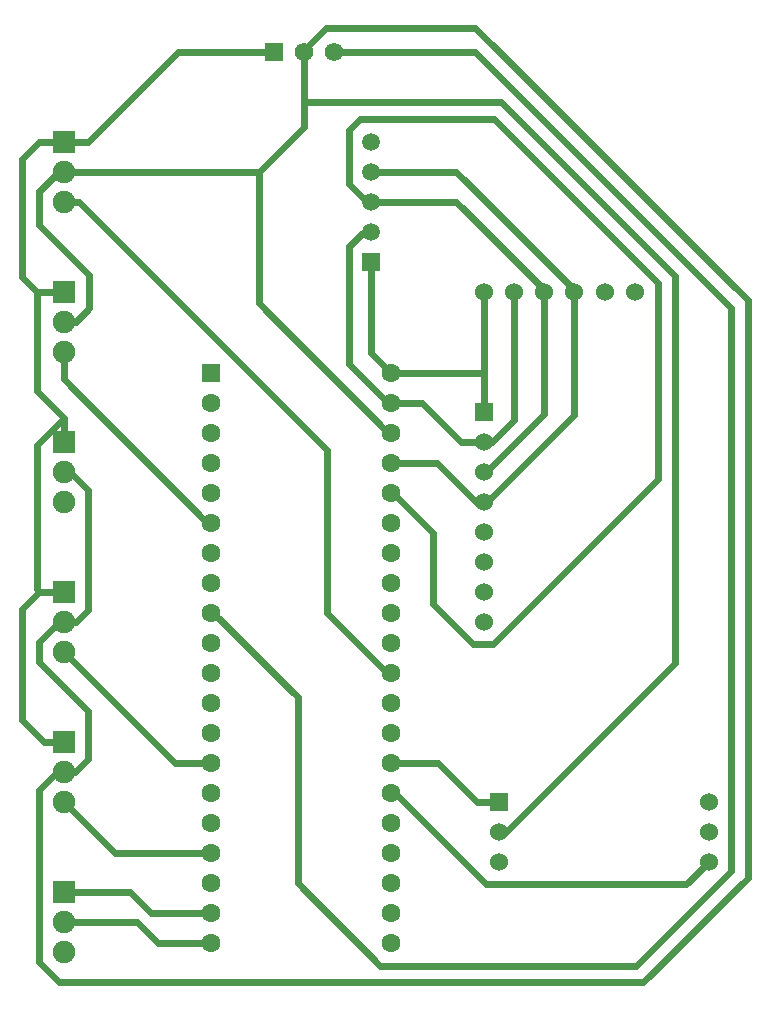
<source format=gbl>
G04 Layer: BottomLayer*
G04 EasyEDA v6.5.23, 2023-04-28 13:39:02*
G04 7703e67730494ffebf129c6139567d94,10*
G04 Gerber Generator version 0.2*
G04 Scale: 100 percent, Rotated: No, Reflected: No *
G04 Dimensions in millimeters *
G04 leading zeros omitted , absolute positions ,4 integer and 5 decimal *
%FSLAX45Y45*%
%MOMM*%

%ADD10C,0.6000*%
%ADD11R,1.9000X1.9000*%
%ADD12C,1.9000*%
%ADD13C,1.6000*%
%ADD14R,1.6000X1.6000*%
%ADD15R,1.5080X1.5080*%
%ADD16C,1.5080*%
%ADD17C,1.5240*%
%ADD18R,1.5240X1.5240*%
%ADD19R,1.5748X1.5748*%
%ADD20C,1.5748*%

%LPD*%
D10*
X4064000Y-3225800D02*
G01*
X3276600Y-3225800D01*
X4064000Y-3556000D02*
G01*
X4064000Y-3225800D01*
X4064000Y-3225800D02*
G01*
X4064000Y-2540000D01*
X3111500Y-2286000D02*
G01*
X3111500Y-3060700D01*
X3276600Y-3225800D01*
X2159711Y-1524000D02*
G01*
X2159711Y-2635707D01*
X3257804Y-3733800D01*
X3276600Y-3733800D01*
X2159711Y-1524000D02*
G01*
X508000Y-1524000D01*
X508000Y-1524000D02*
G01*
X466140Y-1524000D01*
X300888Y-1689252D01*
X300888Y-1977389D01*
X721664Y-2398166D01*
X721664Y-2680893D01*
X608558Y-2794000D01*
X508000Y-2794000D01*
X508000Y-6604000D02*
G01*
X605764Y-6604000D01*
X713206Y-6496557D01*
X713206Y-6088608D01*
X297129Y-5672531D01*
X297129Y-5508675D01*
X471804Y-5334000D01*
X508000Y-5334000D01*
X508000Y-5334000D02*
G01*
X612520Y-5334000D01*
X713206Y-5233314D01*
X713206Y-4217111D01*
X560095Y-4064000D01*
X508000Y-4064000D01*
X2540000Y-934085D02*
G01*
X4214596Y-934085D01*
X5683605Y-2403094D01*
X5683605Y-5679897D01*
X4251502Y-7112000D01*
X4191000Y-7112000D01*
X2540000Y-934085D02*
G01*
X2540000Y-1143711D01*
X2159711Y-1524000D01*
X2540000Y-934085D02*
G01*
X2540000Y-508000D01*
X2540000Y-508000D02*
G01*
X2540000Y-493750D01*
X2729382Y-304368D01*
X3993972Y-304368D01*
X6299911Y-2610307D01*
X6299911Y-7501762D01*
X5414441Y-8387232D01*
X471982Y-8387232D01*
X298094Y-8213344D01*
X298094Y-6757923D01*
X452018Y-6604000D01*
X508000Y-6604000D01*
X4318000Y-2540000D02*
G01*
X4318000Y-3625926D01*
X4133926Y-3810000D01*
X4064000Y-3810000D01*
X4064000Y-3810000D02*
G01*
X3872204Y-3810000D01*
X3542004Y-3479800D01*
X3276600Y-3479800D01*
X3276600Y-3479800D02*
G01*
X3257931Y-3479800D01*
X2925521Y-3147390D01*
X2925521Y-2155825D01*
X3049346Y-2032000D01*
X3049346Y-2032000D02*
G01*
X3111500Y-2032000D01*
X508000Y-1778000D02*
G01*
X638352Y-1778000D01*
X2736951Y-3876598D01*
X2736951Y-5255920D01*
X3246831Y-5765800D01*
X3276600Y-5765800D01*
X2794000Y-508000D02*
G01*
X3989984Y-508000D01*
X6156833Y-2674848D01*
X6156833Y-7444231D01*
X5356631Y-8244433D01*
X3187471Y-8244433D01*
X2489936Y-7546898D01*
X2489936Y-5974054D01*
X1773681Y-5257800D01*
X1752600Y-5257800D01*
X508000Y-3048000D02*
G01*
X508000Y-3279089D01*
X1724710Y-4495800D01*
X1752600Y-4495800D01*
X3276600Y-6781800D02*
G01*
X3309874Y-6781800D01*
X4084980Y-7556906D01*
X5778093Y-7556906D01*
X5969000Y-7366000D01*
X4826000Y-2540000D02*
G01*
X4826000Y-2516098D01*
X3833901Y-1524000D01*
X3111500Y-1524000D01*
X4826000Y-2540000D02*
G01*
X4826000Y-3584803D01*
X4092803Y-4318000D01*
X4064000Y-4318000D01*
X4064000Y-4318000D02*
G01*
X4001134Y-4318000D01*
X3670934Y-3987800D01*
X3276600Y-3987800D01*
X4572000Y-2540000D02*
G01*
X4572000Y-3577132D01*
X4085132Y-4064000D01*
X4064000Y-4064000D01*
X4572000Y-2540000D02*
G01*
X4572000Y-2520086D01*
X3829913Y-1778000D01*
X3111500Y-1778000D01*
X3111500Y-1778000D02*
G01*
X3076346Y-1778000D01*
X2925648Y-1627301D01*
X2925648Y-1168145D01*
X3013583Y-1080211D01*
X4152417Y-1080211D01*
X5540247Y-2468041D01*
X5540247Y-4125239D01*
X4140708Y-5524779D01*
X3976649Y-5524779D01*
X3638194Y-5186324D01*
X3638194Y-4584750D01*
X3295243Y-4241800D01*
X3276600Y-4241800D01*
X1752600Y-7797800D02*
G01*
X1249527Y-7797800D01*
X1071702Y-7619974D01*
X508000Y-7619974D01*
X508000Y-6350000D02*
G01*
X337921Y-6350000D01*
X610514Y-1270000D02*
G01*
X713028Y-1270000D01*
X2286000Y-508000D02*
G01*
X1475028Y-508000D01*
X713028Y-1270000D01*
X508000Y-3810000D02*
G01*
X508000Y-3604971D01*
X302971Y-5080000D02*
G01*
X154457Y-5228513D01*
X154457Y-6166535D01*
X337921Y-6350000D01*
X508000Y-5080000D02*
G01*
X302971Y-5080000D01*
X508000Y-2540000D02*
G01*
X302971Y-2540000D01*
X279044Y-2540000D02*
G01*
X302971Y-2540000D01*
X508000Y-3604971D02*
G01*
X279196Y-3833774D01*
X279196Y-5056225D01*
X302971Y-5080000D01*
X279044Y-2540000D02*
G01*
X279044Y-3376015D01*
X508000Y-3604971D01*
X610514Y-1270000D02*
G01*
X508000Y-1270000D01*
X302971Y-1270000D02*
G01*
X154330Y-1418640D01*
X154330Y-2415286D01*
X279044Y-2540000D01*
X508000Y-1270000D02*
G01*
X302971Y-1270000D01*
X508000Y-6858000D02*
G01*
X939800Y-7289800D01*
X1752600Y-7289800D01*
X508000Y-5588000D02*
G01*
X1447800Y-6527800D01*
X1752600Y-6527800D01*
X1752600Y-8051800D02*
G01*
X1305255Y-8051800D01*
X1127429Y-7873974D01*
X508000Y-7873974D01*
X4004767Y-6858000D02*
G01*
X3674567Y-6527800D01*
X3276600Y-6527800D01*
X4191000Y-6858000D02*
G01*
X4004767Y-6858000D01*
D11*
G01*
X508000Y-7619974D03*
D12*
G01*
X508000Y-7873974D03*
G01*
X508000Y-8127974D03*
D13*
G01*
X3276600Y-8051800D03*
G01*
X3276600Y-7797800D03*
G01*
X3276600Y-7543800D03*
G01*
X3276600Y-7289800D03*
G01*
X3276600Y-7035800D03*
G01*
X3276600Y-6781800D03*
G01*
X3276600Y-6527800D03*
G01*
X3276600Y-6273800D03*
G01*
X3276600Y-6019800D03*
G01*
X3276600Y-5765800D03*
G01*
X3276600Y-5511800D03*
G01*
X3276600Y-5257800D03*
G01*
X3276600Y-5003800D03*
G01*
X3276600Y-4749800D03*
G01*
X3276600Y-4495800D03*
G01*
X3276600Y-4241800D03*
G01*
X3276600Y-3987800D03*
G01*
X3276600Y-3733800D03*
G01*
X3276600Y-3479800D03*
G01*
X3276600Y-3225800D03*
G01*
X1752600Y-8051800D03*
G01*
X1752600Y-7797800D03*
G01*
X1752600Y-7543800D03*
G01*
X1752600Y-7289800D03*
G01*
X1752600Y-7035800D03*
G01*
X1752600Y-6781800D03*
G01*
X1752600Y-6527800D03*
G01*
X1752600Y-6273800D03*
G01*
X1752600Y-6019800D03*
G01*
X1752600Y-5765800D03*
G01*
X1752600Y-5511800D03*
G01*
X1752600Y-5257800D03*
G01*
X1752600Y-5003800D03*
G01*
X1752600Y-4749800D03*
G01*
X1752600Y-4495800D03*
G01*
X1752600Y-4241800D03*
G01*
X1752600Y-3987800D03*
G01*
X1752600Y-3733800D03*
G01*
X1752600Y-3479800D03*
D14*
G01*
X1752600Y-3225800D03*
D15*
G01*
X3111500Y-2286000D03*
D16*
G01*
X3111500Y-2032000D03*
G01*
X3111500Y-1778000D03*
G01*
X3111500Y-1524000D03*
G01*
X3111500Y-1270000D03*
D17*
G01*
X4064000Y-2540000D03*
G01*
X4318000Y-2540000D03*
G01*
X4572000Y-2540000D03*
G01*
X4826000Y-2540000D03*
G01*
X5092700Y-2540000D03*
G01*
X5346700Y-2540000D03*
D18*
G01*
X4191000Y-6858000D03*
D17*
G01*
X4191000Y-7112000D03*
G01*
X4191000Y-7366000D03*
G01*
X5969000Y-6858000D03*
G01*
X5969000Y-7112000D03*
G01*
X5969000Y-7366000D03*
D18*
G01*
X4064000Y-3556000D03*
D17*
G01*
X4064000Y-3810000D03*
G01*
X4064000Y-4064000D03*
G01*
X4064000Y-4318000D03*
G01*
X4064000Y-4572000D03*
G01*
X4064000Y-4826000D03*
G01*
X4064000Y-5080000D03*
G01*
X4064000Y-5334000D03*
D11*
G01*
X508000Y-6350000D03*
D12*
G01*
X508000Y-6604000D03*
G01*
X508000Y-6858000D03*
D11*
G01*
X508000Y-1270000D03*
D12*
G01*
X508000Y-1524000D03*
G01*
X508000Y-1778000D03*
D11*
G01*
X508000Y-2540000D03*
D12*
G01*
X508000Y-2794000D03*
G01*
X508000Y-3048000D03*
D11*
G01*
X508000Y-3810000D03*
D12*
G01*
X508000Y-4064000D03*
G01*
X508000Y-4318000D03*
D11*
G01*
X508000Y-5080000D03*
D12*
G01*
X508000Y-5334000D03*
G01*
X508000Y-5588000D03*
D19*
G01*
X2286000Y-508000D03*
D20*
G01*
X2540000Y-508000D03*
G01*
X2794000Y-508000D03*
M02*

</source>
